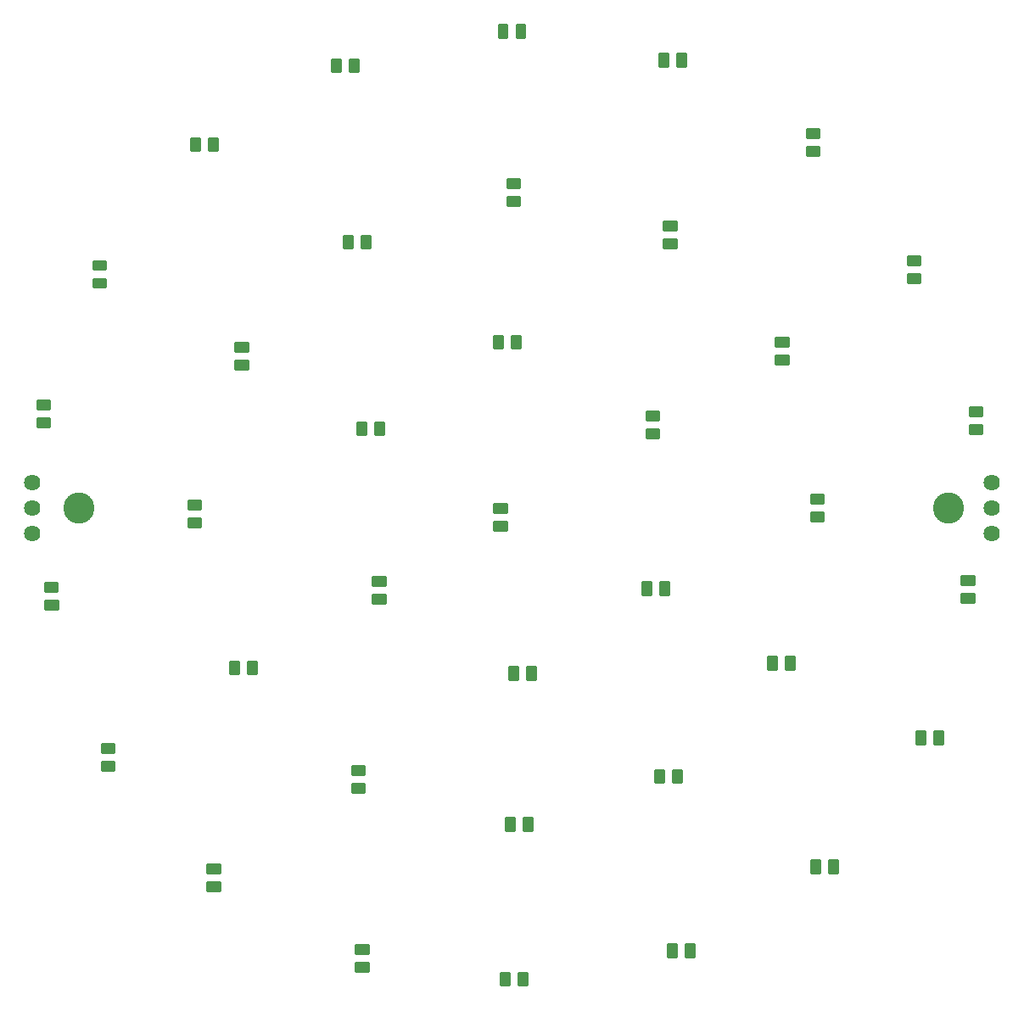
<source format=gbs>
G04 EAGLE Gerber RS-274X export*
G75*
%MOMM*%
%FSLAX34Y34*%
%LPD*%
%INBottom Solder Mask*%
%IPPOS*%
%AMOC8*
5,1,8,0,0,1.08239X$1,22.5*%
G01*
%ADD10C,3.101600*%
%ADD11C,0.357631*%
%ADD12C,1.625600*%


D10*
X-434000Y0D03*
X434000Y0D03*
D11*
X154290Y-74995D02*
X146690Y-74995D01*
X154290Y-74995D02*
X154290Y-86405D01*
X146690Y-86405D01*
X146690Y-74995D01*
X146690Y-83008D02*
X154290Y-83008D01*
X154290Y-79611D02*
X146690Y-79611D01*
X146690Y-76214D02*
X154290Y-76214D01*
X136510Y-74995D02*
X128910Y-74995D01*
X136510Y-74995D02*
X136510Y-86405D01*
X128910Y-86405D01*
X128910Y-74995D01*
X128910Y-83008D02*
X136510Y-83008D01*
X136510Y-79611D02*
X128910Y-79611D01*
X128910Y-76214D02*
X136510Y-76214D01*
X-466749Y-82959D02*
X-466815Y-75360D01*
X-455407Y-75261D01*
X-455341Y-82860D01*
X-466749Y-82959D01*
X-466779Y-79562D02*
X-455370Y-79562D01*
X-455399Y-76165D02*
X-466808Y-76165D01*
X-466659Y-93140D02*
X-466593Y-100739D01*
X-466659Y-93140D02*
X-455251Y-93041D01*
X-455185Y-100640D01*
X-466593Y-100739D01*
X-466623Y-97342D02*
X-455214Y-97342D01*
X-455243Y-93945D02*
X-466652Y-93945D01*
X-128195Y-94890D02*
X-128195Y-87290D01*
X-128195Y-94890D02*
X-139605Y-94890D01*
X-139605Y-87290D01*
X-128195Y-87290D01*
X-128195Y-91493D02*
X-139605Y-91493D01*
X-139605Y-88096D02*
X-128195Y-88096D01*
X-128195Y-77110D02*
X-128195Y-69510D01*
X-128195Y-77110D02*
X-139605Y-77110D01*
X-139605Y-69510D01*
X-128195Y-69510D01*
X-128195Y-73713D02*
X-139605Y-73713D01*
X-139605Y-70316D02*
X-128195Y-70316D01*
X297910Y-364305D02*
X305510Y-364305D01*
X297910Y-364305D02*
X297910Y-352895D01*
X305510Y-352895D01*
X305510Y-364305D01*
X305510Y-360908D02*
X297910Y-360908D01*
X297910Y-357511D02*
X305510Y-357511D01*
X305510Y-354114D02*
X297910Y-354114D01*
X315690Y-364305D02*
X323290Y-364305D01*
X315690Y-364305D02*
X315690Y-352895D01*
X323290Y-352895D01*
X323290Y-364305D01*
X323290Y-360908D02*
X315690Y-360908D01*
X315690Y-357511D02*
X323290Y-357511D01*
X323290Y-354114D02*
X315690Y-354114D01*
X402910Y-235505D02*
X410510Y-235505D01*
X402910Y-235505D02*
X402910Y-224095D01*
X410510Y-224095D01*
X410510Y-235505D01*
X410510Y-232108D02*
X402910Y-232108D01*
X402910Y-228711D02*
X410510Y-228711D01*
X410510Y-225314D02*
X402910Y-225314D01*
X420690Y-235505D02*
X428290Y-235505D01*
X420690Y-235505D02*
X420690Y-224095D01*
X428290Y-224095D01*
X428290Y-235505D01*
X428290Y-232108D02*
X420690Y-232108D01*
X420690Y-228711D02*
X428290Y-228711D01*
X428290Y-225314D02*
X420690Y-225314D01*
X133295Y87990D02*
X133295Y95590D01*
X144705Y95590D01*
X144705Y87990D01*
X133295Y87990D01*
X133295Y91387D02*
X144705Y91387D01*
X144705Y94784D02*
X133295Y94784D01*
X133295Y77810D02*
X133295Y70210D01*
X133295Y77810D02*
X144705Y77810D01*
X144705Y70210D01*
X133295Y70210D01*
X133295Y73607D02*
X144705Y73607D01*
X144705Y77004D02*
X133295Y77004D01*
X-149095Y-276490D02*
X-149095Y-284090D01*
X-160505Y-284090D01*
X-160505Y-276490D01*
X-149095Y-276490D01*
X-149095Y-280693D02*
X-160505Y-280693D01*
X-160505Y-277296D02*
X-149095Y-277296D01*
X-149095Y-266310D02*
X-149095Y-258710D01*
X-149095Y-266310D02*
X-160505Y-266310D01*
X-160505Y-258710D01*
X-149095Y-258710D01*
X-149095Y-262913D02*
X-160505Y-262913D01*
X-160505Y-259516D02*
X-149095Y-259516D01*
X459105Y-94090D02*
X459105Y-86490D01*
X459105Y-94090D02*
X447695Y-94090D01*
X447695Y-86490D01*
X459105Y-86490D01*
X459105Y-90693D02*
X447695Y-90693D01*
X447695Y-87296D02*
X459105Y-87296D01*
X459105Y-76310D02*
X459105Y-68710D01*
X459105Y-76310D02*
X447695Y-76310D01*
X447695Y-68710D01*
X459105Y-68710D01*
X459105Y-72913D02*
X447695Y-72913D01*
X447695Y-69516D02*
X459105Y-69516D01*
X467305Y74410D02*
X467305Y82010D01*
X467305Y74410D02*
X455895Y74410D01*
X455895Y82010D01*
X467305Y82010D01*
X467305Y77807D02*
X455895Y77807D01*
X455895Y81204D02*
X467305Y81204D01*
X467305Y92190D02*
X467305Y99790D01*
X467305Y92190D02*
X455895Y92190D01*
X455895Y99790D01*
X467305Y99790D01*
X467305Y95587D02*
X455895Y95587D01*
X455895Y98984D02*
X467305Y98984D01*
X405505Y224910D02*
X405505Y232510D01*
X405505Y224910D02*
X394095Y224910D01*
X394095Y232510D01*
X405505Y232510D01*
X405505Y228307D02*
X394095Y228307D01*
X394095Y231704D02*
X405505Y231704D01*
X405505Y242690D02*
X405505Y250290D01*
X405505Y242690D02*
X394095Y242690D01*
X394095Y250290D01*
X405505Y250290D01*
X405505Y246087D02*
X394095Y246087D01*
X394095Y249484D02*
X405505Y249484D01*
X304705Y351910D02*
X304705Y359510D01*
X304705Y351910D02*
X293295Y351910D01*
X293295Y359510D01*
X304705Y359510D01*
X304705Y355307D02*
X293295Y355307D01*
X293295Y358704D02*
X304705Y358704D01*
X304705Y369690D02*
X304705Y377290D01*
X304705Y369690D02*
X293295Y369690D01*
X293295Y377290D01*
X304705Y377290D01*
X304705Y373087D02*
X293295Y373087D01*
X293295Y376484D02*
X304705Y376484D01*
X-7295Y-14690D02*
X-7295Y-22290D01*
X-18705Y-22290D01*
X-18705Y-14690D01*
X-7295Y-14690D01*
X-7295Y-18893D02*
X-18705Y-18893D01*
X-18705Y-15496D02*
X-7295Y-15496D01*
X-7295Y-4510D02*
X-7295Y3090D01*
X-7295Y-4510D02*
X-18705Y-4510D01*
X-18705Y3090D01*
X-7295Y3090D01*
X-7295Y-1113D02*
X-18705Y-1113D01*
X-18705Y2284D02*
X-7295Y2284D01*
X-155410Y446905D02*
X-163010Y446905D01*
X-155410Y446905D02*
X-155410Y435495D01*
X-163010Y435495D01*
X-163010Y446905D01*
X-163010Y438892D02*
X-155410Y438892D01*
X-155410Y442289D02*
X-163010Y442289D01*
X-163010Y445686D02*
X-155410Y445686D01*
X-173190Y446905D02*
X-180790Y446905D01*
X-173190Y446905D02*
X-173190Y435495D01*
X-180790Y435495D01*
X-180790Y446905D01*
X-180790Y438892D02*
X-173190Y438892D01*
X-173190Y442289D02*
X-180790Y442289D01*
X-180790Y445686D02*
X-173190Y445686D01*
X-474605Y106090D02*
X-474605Y98490D01*
X-474605Y106090D02*
X-463195Y106090D01*
X-463195Y98490D01*
X-474605Y98490D01*
X-474605Y101887D02*
X-463195Y101887D01*
X-463195Y105284D02*
X-474605Y105284D01*
X-474605Y88310D02*
X-474605Y80710D01*
X-474605Y88310D02*
X-463195Y88310D01*
X-463195Y80710D01*
X-474605Y80710D01*
X-474605Y84107D02*
X-463195Y84107D01*
X-463195Y87504D02*
X-474605Y87504D01*
X154810Y-447805D02*
X162410Y-447805D01*
X154810Y-447805D02*
X154810Y-436395D01*
X162410Y-436395D01*
X162410Y-447805D01*
X162410Y-444408D02*
X154810Y-444408D01*
X154810Y-441011D02*
X162410Y-441011D01*
X162410Y-437614D02*
X154810Y-437614D01*
X172590Y-447805D02*
X180190Y-447805D01*
X172590Y-447805D02*
X172590Y-436395D01*
X180190Y-436395D01*
X180190Y-447805D01*
X180190Y-444408D02*
X172590Y-444408D01*
X172590Y-441011D02*
X180190Y-441011D01*
X180190Y-437614D02*
X172590Y-437614D01*
X-4590Y-476505D02*
X-12190Y-476505D01*
X-12190Y-465095D01*
X-4590Y-465095D01*
X-4590Y-476505D01*
X-4590Y-473108D02*
X-12190Y-473108D01*
X-12190Y-469711D02*
X-4590Y-469711D01*
X-4590Y-466314D02*
X-12190Y-466314D01*
X5590Y-476505D02*
X13190Y-476505D01*
X5590Y-476505D02*
X5590Y-465095D01*
X13190Y-465095D01*
X13190Y-476505D01*
X13190Y-473108D02*
X5590Y-473108D01*
X5590Y-469711D02*
X13190Y-469711D01*
X13190Y-466314D02*
X5590Y-466314D01*
X-304705Y-364410D02*
X-304705Y-356810D01*
X-293295Y-356810D01*
X-293295Y-364410D01*
X-304705Y-364410D01*
X-304705Y-361013D02*
X-293295Y-361013D01*
X-293295Y-357616D02*
X-304705Y-357616D01*
X-304705Y-374590D02*
X-304705Y-382190D01*
X-304705Y-374590D02*
X-293295Y-374590D01*
X-293295Y-382190D01*
X-304705Y-382190D01*
X-304705Y-378793D02*
X-293295Y-378793D01*
X-293295Y-375396D02*
X-304705Y-375396D01*
X-312595Y-18690D02*
X-312595Y-11090D01*
X-312595Y-18690D02*
X-324005Y-18690D01*
X-324005Y-11090D01*
X-312595Y-11090D01*
X-312595Y-15293D02*
X-324005Y-15293D01*
X-324005Y-11896D02*
X-312595Y-11896D01*
X-312595Y-910D02*
X-312595Y6690D01*
X-312595Y-910D02*
X-324005Y-910D01*
X-324005Y6690D01*
X-312595Y6690D01*
X-312595Y2487D02*
X-324005Y2487D01*
X-324005Y5884D02*
X-312595Y5884D01*
X10590Y-310395D02*
X18190Y-310395D01*
X18190Y-321805D01*
X10590Y-321805D01*
X10590Y-310395D01*
X10590Y-318408D02*
X18190Y-318408D01*
X18190Y-315011D02*
X10590Y-315011D01*
X10590Y-311614D02*
X18190Y-311614D01*
X410Y-310395D02*
X-7190Y-310395D01*
X410Y-310395D02*
X410Y-321805D01*
X-7190Y-321805D01*
X-7190Y-310395D01*
X-7190Y-318408D02*
X410Y-318408D01*
X410Y-315011D02*
X-7190Y-315011D01*
X-7190Y-311614D02*
X410Y-311614D01*
X-256810Y-154195D02*
X-264410Y-154195D01*
X-256810Y-154195D02*
X-256810Y-165605D01*
X-264410Y-165605D01*
X-264410Y-154195D01*
X-264410Y-162208D02*
X-256810Y-162208D01*
X-256810Y-158811D02*
X-264410Y-158811D01*
X-264410Y-155414D02*
X-256810Y-155414D01*
X-274590Y-154195D02*
X-282190Y-154195D01*
X-274590Y-154195D02*
X-274590Y-165605D01*
X-282190Y-165605D01*
X-282190Y-154195D01*
X-282190Y-162208D02*
X-274590Y-162208D01*
X-274590Y-158811D02*
X-282190Y-158811D01*
X-282190Y-155414D02*
X-274590Y-155414D01*
X-155197Y73389D02*
X-147597Y73389D01*
X-155197Y73389D02*
X-155197Y84799D01*
X-147597Y84799D01*
X-147597Y73389D01*
X-147597Y76786D02*
X-155197Y76786D01*
X-155197Y80183D02*
X-147597Y80183D01*
X-147597Y83580D02*
X-155197Y83580D01*
X-137417Y73389D02*
X-129817Y73389D01*
X-137417Y73389D02*
X-137417Y84799D01*
X-129817Y84799D01*
X-129817Y73389D01*
X-129817Y76786D02*
X-137417Y76786D01*
X-137417Y80183D02*
X-129817Y80183D01*
X-129817Y83580D02*
X-137417Y83580D01*
X14090Y-159795D02*
X21690Y-159795D01*
X21690Y-171205D01*
X14090Y-171205D01*
X14090Y-159795D01*
X14090Y-167808D02*
X21690Y-167808D01*
X21690Y-164411D02*
X14090Y-164411D01*
X14090Y-161014D02*
X21690Y-161014D01*
X3910Y-159795D02*
X-3690Y-159795D01*
X3910Y-159795D02*
X3910Y-171205D01*
X-3690Y-171205D01*
X-3690Y-159795D01*
X-3690Y-167808D02*
X3910Y-167808D01*
X3910Y-164411D02*
X-3690Y-164411D01*
X-3690Y-161014D02*
X3910Y-161014D01*
X163690Y452405D02*
X171290Y452405D01*
X171290Y440995D01*
X163690Y440995D01*
X163690Y452405D01*
X163690Y444392D02*
X171290Y444392D01*
X171290Y447789D02*
X163690Y447789D01*
X163690Y451186D02*
X171290Y451186D01*
X153510Y452405D02*
X145910Y452405D01*
X153510Y452405D02*
X153510Y440995D01*
X145910Y440995D01*
X145910Y452405D01*
X145910Y444392D02*
X153510Y444392D01*
X153510Y447789D02*
X145910Y447789D01*
X145910Y451186D02*
X153510Y451186D01*
X11190Y481405D02*
X3590Y481405D01*
X11190Y481405D02*
X11190Y469995D01*
X3590Y469995D01*
X3590Y481405D01*
X3590Y473392D02*
X11190Y473392D01*
X11190Y476789D02*
X3590Y476789D01*
X3590Y480186D02*
X11190Y480186D01*
X-6590Y481405D02*
X-14190Y481405D01*
X-6590Y481405D02*
X-6590Y469995D01*
X-14190Y469995D01*
X-14190Y481405D01*
X-14190Y473392D02*
X-6590Y473392D01*
X-6590Y476789D02*
X-14190Y476789D01*
X-14190Y480186D02*
X-6590Y480186D01*
X-418605Y245690D02*
X-418605Y238090D01*
X-418605Y245690D02*
X-407195Y245690D01*
X-407195Y238090D01*
X-418605Y238090D01*
X-418605Y241487D02*
X-407195Y241487D01*
X-407195Y244884D02*
X-418605Y244884D01*
X-418605Y227910D02*
X-418605Y220310D01*
X-418605Y227910D02*
X-407195Y227910D01*
X-407195Y220310D01*
X-418605Y220310D01*
X-418605Y223707D02*
X-407195Y223707D01*
X-407195Y227104D02*
X-418605Y227104D01*
X-156805Y-437210D02*
X-156805Y-444810D01*
X-156805Y-437210D02*
X-145395Y-437210D01*
X-145395Y-444810D01*
X-156805Y-444810D01*
X-156805Y-441413D02*
X-145395Y-441413D01*
X-145395Y-438016D02*
X-156805Y-438016D01*
X-156805Y-454990D02*
X-156805Y-462590D01*
X-156805Y-454990D02*
X-145395Y-454990D01*
X-145395Y-462590D01*
X-156805Y-462590D01*
X-156805Y-459193D02*
X-145395Y-459193D01*
X-145395Y-455796D02*
X-156805Y-455796D01*
X-410005Y-243810D02*
X-410005Y-236210D01*
X-398595Y-236210D01*
X-398595Y-243810D01*
X-410005Y-243810D01*
X-410005Y-240413D02*
X-398595Y-240413D01*
X-398595Y-237016D02*
X-410005Y-237016D01*
X-410005Y-253990D02*
X-410005Y-261590D01*
X-410005Y-253990D02*
X-398595Y-253990D01*
X-398595Y-261590D01*
X-410005Y-261590D01*
X-410005Y-258193D02*
X-398595Y-258193D01*
X-398595Y-254796D02*
X-410005Y-254796D01*
X-265295Y138210D02*
X-265295Y145810D01*
X-265295Y138210D02*
X-276705Y138210D01*
X-276705Y145810D01*
X-265295Y145810D01*
X-265295Y141607D02*
X-276705Y141607D01*
X-276705Y145004D02*
X-265295Y145004D01*
X-265295Y155990D02*
X-265295Y163590D01*
X-265295Y155990D02*
X-276705Y155990D01*
X-276705Y163590D01*
X-265295Y163590D01*
X-265295Y159387D02*
X-276705Y159387D01*
X-276705Y162784D02*
X-265295Y162784D01*
X150595Y277690D02*
X150595Y285290D01*
X162005Y285290D01*
X162005Y277690D01*
X150595Y277690D01*
X150595Y281087D02*
X162005Y281087D01*
X162005Y284484D02*
X150595Y284484D01*
X150595Y267510D02*
X150595Y259910D01*
X150595Y267510D02*
X162005Y267510D01*
X162005Y259910D01*
X150595Y259910D01*
X150595Y263307D02*
X162005Y263307D01*
X162005Y266704D02*
X150595Y266704D01*
X159690Y-262395D02*
X167290Y-262395D01*
X167290Y-273805D01*
X159690Y-273805D01*
X159690Y-262395D01*
X159690Y-270408D02*
X167290Y-270408D01*
X167290Y-267011D02*
X159690Y-267011D01*
X159690Y-263614D02*
X167290Y-263614D01*
X149510Y-262395D02*
X141910Y-262395D01*
X149510Y-262395D02*
X149510Y-273805D01*
X141910Y-273805D01*
X141910Y-262395D01*
X141910Y-270408D02*
X149510Y-270408D01*
X149510Y-267011D02*
X141910Y-267011D01*
X141910Y-263614D02*
X149510Y-263614D01*
X-11190Y159695D02*
X-18790Y159695D01*
X-18790Y171105D01*
X-11190Y171105D01*
X-11190Y159695D01*
X-11190Y163092D02*
X-18790Y163092D01*
X-18790Y166489D02*
X-11190Y166489D01*
X-11190Y169886D02*
X-18790Y169886D01*
X-1010Y159695D02*
X6590Y159695D01*
X-1010Y159695D02*
X-1010Y171105D01*
X6590Y171105D01*
X6590Y159695D01*
X6590Y163092D02*
X-1010Y163092D01*
X-1010Y166489D02*
X6590Y166489D01*
X6590Y169886D02*
X-1010Y169886D01*
X-295710Y368105D02*
X-303310Y368105D01*
X-295710Y368105D02*
X-295710Y356695D01*
X-303310Y356695D01*
X-303310Y368105D01*
X-303310Y360092D02*
X-295710Y360092D01*
X-295710Y363489D02*
X-303310Y363489D01*
X-303310Y366886D02*
X-295710Y366886D01*
X-313490Y368105D02*
X-321090Y368105D01*
X-313490Y368105D02*
X-313490Y356695D01*
X-321090Y356695D01*
X-321090Y368105D01*
X-321090Y360092D02*
X-313490Y360092D01*
X-313490Y363489D02*
X-321090Y363489D01*
X-321090Y366886D02*
X-313490Y366886D01*
X-5305Y327390D02*
X-5305Y319790D01*
X-5305Y327390D02*
X6105Y327390D01*
X6105Y319790D01*
X-5305Y319790D01*
X-5305Y323187D02*
X6105Y323187D01*
X6105Y326584D02*
X-5305Y326584D01*
X-5305Y309610D02*
X-5305Y302010D01*
X-5305Y309610D02*
X6105Y309610D01*
X6105Y302010D01*
X-5305Y302010D01*
X-5305Y305407D02*
X6105Y305407D01*
X6105Y308804D02*
X-5305Y308804D01*
X-160790Y259495D02*
X-168390Y259495D01*
X-168390Y270905D01*
X-160790Y270905D01*
X-160790Y259495D01*
X-160790Y262892D02*
X-168390Y262892D01*
X-168390Y266289D02*
X-160790Y266289D01*
X-160790Y269686D02*
X-168390Y269686D01*
X-150610Y259495D02*
X-143010Y259495D01*
X-150610Y259495D02*
X-150610Y270905D01*
X-143010Y270905D01*
X-143010Y259495D01*
X-143010Y262892D02*
X-150610Y262892D01*
X-150610Y266289D02*
X-143010Y266289D01*
X-143010Y269686D02*
X-150610Y269686D01*
X262295Y169390D02*
X262295Y161790D01*
X262295Y169390D02*
X273705Y169390D01*
X273705Y161790D01*
X262295Y161790D01*
X262295Y165187D02*
X273705Y165187D01*
X273705Y168584D02*
X262295Y168584D01*
X262295Y151610D02*
X262295Y144010D01*
X262295Y151610D02*
X273705Y151610D01*
X273705Y144010D01*
X262295Y144010D01*
X262295Y147407D02*
X273705Y147407D01*
X273705Y150804D02*
X262295Y150804D01*
X297595Y12390D02*
X297595Y4790D01*
X297595Y12390D02*
X309005Y12390D01*
X309005Y4790D01*
X297595Y4790D01*
X297595Y8187D02*
X309005Y8187D01*
X309005Y11584D02*
X297595Y11584D01*
X297595Y-5390D02*
X297595Y-12990D01*
X297595Y-5390D02*
X309005Y-5390D01*
X309005Y-12990D01*
X297595Y-12990D01*
X297595Y-9593D02*
X309005Y-9593D01*
X309005Y-6196D02*
X297595Y-6196D01*
X280390Y-149395D02*
X272790Y-149395D01*
X280390Y-149395D02*
X280390Y-160805D01*
X272790Y-160805D01*
X272790Y-149395D01*
X272790Y-157408D02*
X280390Y-157408D01*
X280390Y-154011D02*
X272790Y-154011D01*
X272790Y-150614D02*
X280390Y-150614D01*
X262610Y-149395D02*
X255010Y-149395D01*
X262610Y-149395D02*
X262610Y-160805D01*
X255010Y-160805D01*
X255010Y-149395D01*
X255010Y-157408D02*
X262610Y-157408D01*
X262610Y-154011D02*
X255010Y-154011D01*
X255010Y-150614D02*
X262610Y-150614D01*
D12*
X-480000Y-25400D03*
X-480000Y0D03*
X-480000Y25400D03*
X477000Y-25400D03*
X477000Y0D03*
X477000Y25400D03*
M02*

</source>
